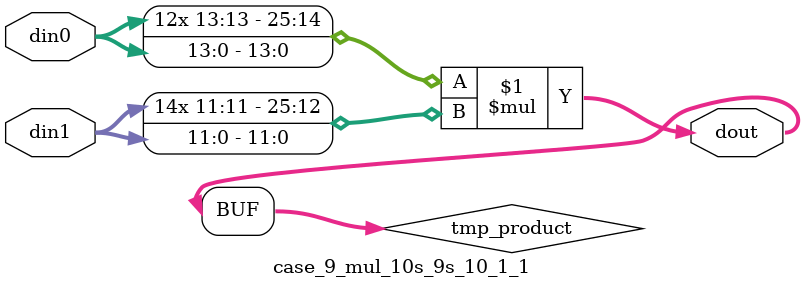
<source format=v>

`timescale 1 ns / 1 ps

 module case_9_mul_10s_9s_10_1_1(din0, din1, dout);
parameter ID = 1;
parameter NUM_STAGE = 0;
parameter din0_WIDTH = 14;
parameter din1_WIDTH = 12;
parameter dout_WIDTH = 26;

input [din0_WIDTH - 1 : 0] din0; 
input [din1_WIDTH - 1 : 0] din1; 
output [dout_WIDTH - 1 : 0] dout;

wire signed [dout_WIDTH - 1 : 0] tmp_product;



























assign tmp_product = $signed(din0) * $signed(din1);








assign dout = tmp_product;





















endmodule

</source>
